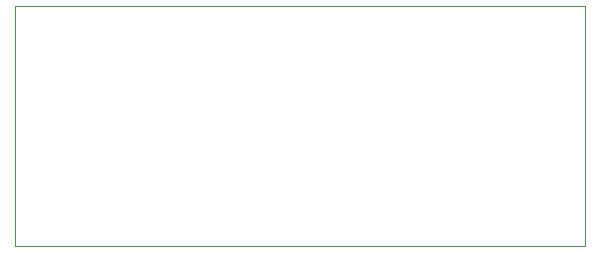
<source format=gbr>
%TF.GenerationSoftware,KiCad,Pcbnew,9.0.6-9.0.6~ubuntu24.04.1*%
%TF.CreationDate,2026-01-17T19:07:13-03:00*%
%TF.ProjectId,cotti_leds,636f7474-695f-46c6-9564-732e6b696361,0.0*%
%TF.SameCoordinates,Original*%
%TF.FileFunction,Profile,NP*%
%FSLAX46Y46*%
G04 Gerber Fmt 4.6, Leading zero omitted, Abs format (unit mm)*
G04 Created by KiCad (PCBNEW 9.0.6-9.0.6~ubuntu24.04.1) date 2026-01-17 19:07:13*
%MOMM*%
%LPD*%
G01*
G04 APERTURE LIST*
%TA.AperFunction,Profile*%
%ADD10C,0.100000*%
%TD*%
G04 APERTURE END LIST*
D10*
X109220000Y-96520000D02*
X157480000Y-96520000D01*
X157480000Y-116840000D01*
X109220000Y-116840000D01*
X109220000Y-96520000D01*
M02*

</source>
